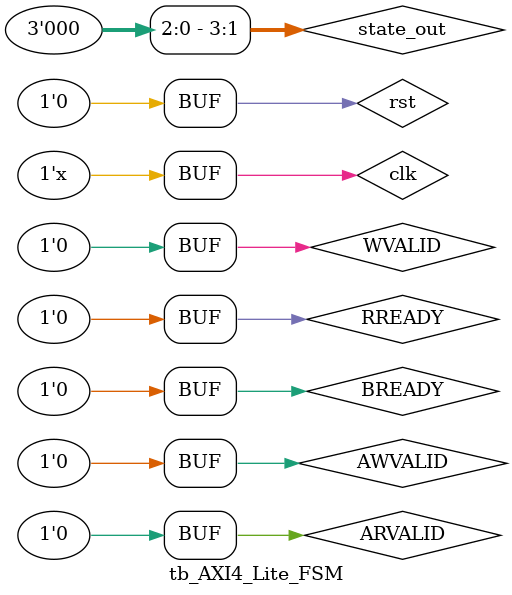
<source format=v>


module tb_AXI4_Lite_FSM;

    // Interface Signals
	reg		clk;
	reg  	rst; // reset on high

	// AXI4-Lite Interface Signals

	// Read address channel
	reg		ARVALID;
	wire	ARREADY;

	// Read data channel
	wire	RVALID;
	reg		RREADY;

	// Write address channel
	reg		AWVALID;
	wire	AWREADY;
	
	// Write data channel
	reg		WVALID;
	wire	WREADY;

	// Write response channel
	wire	BVALID;
	reg		BREADY;

	wire[3:0] state_out;

	// DUT
	AXI4_Lite_FSM DUT (
		.clk(clk), .rst(rst),
		.ARVALID(ARVALID), .ARREADY(ARREADY),
		.RVALID(RVALID), .RREADY(RREADY),
		.AWVALID(AWVALID), .AWREADY(AWREADY),
		.WVALID(WVALID), .WREADY(WREADY),
		.BVALID(BVALID), .BREADY(BREADY)
	);

	// Assignments to internal signals
	assign state_out = DUT.state;


	always #5 clk = ~clk;

	initial begin
		
		clk 	<= 0;
		rst 	<= 0;
		ARVALID <= 0;
		RREADY 	<= 0;
		AWVALID <= 0;
		WVALID 	<= 0;
		BREADY 	<= 0;
		#5;

		rst <= 1;
		#10;

		rst <= 0;
		#10;

		AWVALID <= 1;
		#10;

		AWVALID <= 0;
		#20;

		WVALID <= 1;
		#10;

		WVALID <= 0;
		#20;

		BREADY <= 1;
		#10;

		BREADY <= 0;
		#10;

	end

endmodule
</source>
